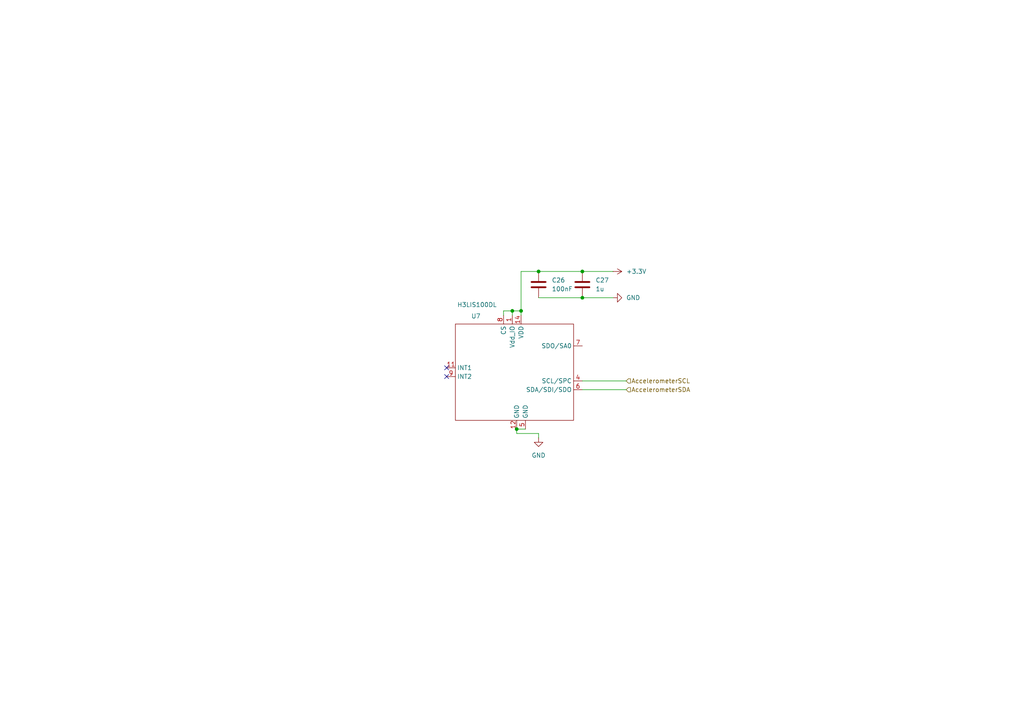
<source format=kicad_sch>
(kicad_sch (version 20250114) (generator "eeschema") (generator_version "9.0")
  (paper "A4")
  (lib_symbols
    (symbol "Device:C" (pin_numbers (hide yes)) (pin_names (offset 0.254))
      (property "Reference" "C" (at 0.635 2.54 0))
      (property "Value" "C" (at 0.635 -2.54 0))
      (symbol "C_0_1"
        (polyline (pts (xy -2.032 0.762) (xy 2.032 0.762)) (stroke (width 0.508)))
        (polyline (pts (xy -2.032 -0.762) (xy 2.032 -0.762)) (stroke (width 0.508)))
      )
      (symbol "C_1_1"
        (pin passive line (at 0 3.81 270) (length 2.794) (name "~") (number "1"))
        (pin passive line (at 0 -3.81 90) (length 2.794) (name "~") (number "2"))
      )
    )
    (symbol "Footprints:H3LIS100DL"
      (property "Reference" "U5" (at -0.508 11.176 0))
      (property "Value" "H3LIS100DL" (at -4.572 14.478 0))
      (symbol "H3LIS100DL_0_1"
        (rectangle (start -5.08 8.89) (end 29.21 -19.05))
      )
      (symbol "H3LIS100DL_1_1"
        (pin no_connect line (at -7.62 7.62 0) (length 2.54) (hide yes) (name "NC") (number "2"))
        (pin no_connect line (at -7.62 5.08 0) (length 2.54) (hide yes) (name "NC") (number "3"))
        (pin input line (at -7.62 -3.81 0) (length 2.54) (name "INT1") (number "11"))
        (pin input line (at -7.62 -6.35 0) (length 2.54) (name "INT2") (number "9"))
        (pin input line (at 8.89 11.43 270) (length 2.54) (name "CS") (number "8"))
        (pin no_connect line (at 10.16 -21.59 90) (length 2.54) (hide yes) (name "GND") (number "10"))
        (pin power_in line (at 11.43 11.43 270) (length 2.54) (name "Vdd_IO") (number "1"))
        (pin power_in line (at 12.7 -21.59 90) (length 2.54) (name "GND") (number "12"))
        (pin power_in line (at 13.97 11.43 270) (length 2.54) (name "VDD") (number "14"))
        (pin power_in line (at 15.24 -21.59 90) (length 2.54) (name "GND") (number "5"))
        (pin power_in line (at 16.51 11.43 270) (length 2.54) (hide yes) (name "VDD") (number "15"))
        (pin input line (at 31.75 2.54 180) (length 2.54) (name "SDO/SA0") (number "7"))
        (pin input line (at 31.75 -7.62 180) (length 2.54) (name "SCL/SPC") (number "4"))
        (pin input line (at 31.75 -10.16 180) (length 2.54) (name "SDA/SDI/SDO") (number "6"))
      )
    )
    (symbol "power:+3.3V" (power) (pin_numbers (hide yes)) (pin_names (offset 0) (hide yes))
      (property "Value" "+3.3V" (at 0 3.556 0))
      (symbol "+3.3V_0_1"
        (polyline (pts (xy -0.762 1.27) (xy 0 2.54)))
        (polyline (pts (xy 0 2.54) (xy 0.762 1.27)))
        (polyline (pts (xy 0 0) (xy 0 2.54)))
      )
      (symbol "+3.3V_1_1"
        (pin power_in line (at 0 0 90) (length 0) (name "~") (number "1"))
      )
    )
    (symbol "power:GND" (power) (pin_numbers (hide yes)) (pin_names (offset 0) (hide yes))
      (property "Value" "GND" (at 0 -3.81 0))
      (symbol "GND_0_1"
        (polyline (pts (xy 0 0) (xy 0 -1.27) (xy 1.27 -1.27) (xy 0 -2.54) (xy -1.27 -1.27) (xy 0 -1.27)))
      )
      (symbol "GND_1_1"
        (pin power_in line (at 0 0 270) (length 0) (name "~") (number "1"))
      )
    )
  )
  (junction (at 156.21 78.74))
  (junction (at 151.13 90.17))
  (junction (at 168.91 86.36))
  (junction (at 168.91 78.74))
  (junction (at 148.59 90.17))
  (junction (at 149.86 124.46))
  (no_connect (at 129.54 109.22))
  (no_connect (at 129.54 106.68))
  (wire (pts (xy 146.05 90.17) (xy 148.59 90.17)))
  (wire (pts (xy 146.05 91.44) (xy 146.05 90.17)))
  (wire (pts (xy 156.21 125.73) (xy 149.86 125.73)))
  (wire (pts (xy 156.21 78.74) (xy 168.91 78.74)))
  (wire (pts (xy 151.13 90.17) (xy 151.13 91.44)))
  (wire (pts (xy 149.86 125.73) (xy 149.86 124.46)))
  (wire (pts (xy 168.91 78.74) (xy 177.8 78.74)))
  (wire (pts (xy 168.91 86.36) (xy 177.8 86.36)))
  (wire (pts (xy 181.61 110.49) (xy 168.91 110.49)))
  (wire (pts (xy 181.61 113.03) (xy 168.91 113.03)))
  (wire (pts (xy 156.21 125.73) (xy 156.21 127)))
  (wire (pts (xy 151.13 78.74) (xy 151.13 90.17)))
  (wire (pts (xy 148.59 90.17) (xy 151.13 90.17)))
  (wire (pts (xy 152.4 124.46) (xy 149.86 124.46)))
  (wire (pts (xy 148.59 91.44) (xy 148.59 90.17)))
  (wire (pts (xy 151.13 78.74) (xy 156.21 78.74)))
  (wire (pts (xy 156.21 86.36) (xy 168.91 86.36)))
  (hierarchical_label "AccelerometerSDA" (shape input) (at 181.61 113.03 0))
  (hierarchical_label "AccelerometerSCL" (shape input) (at 181.61 110.49 0))
  (symbol (lib_id "Device:C") (at 156.21 82.55 180) (unit 1)
    (property "Reference" "C26" (at 160.02 81.2799 0) (effects (justify right)))
    (property "Value" "100nF" (at 160.02 83.8199 0) (effects (justify right)))
    (property "Description" "Unpolarized capacitor" (effects (hide yes)))
  )
  (symbol (lib_id "Footprints:H3LIS100DL") (at 137.16 102.87 0) (unit 1)
    (property "Reference" "U7" (at 136.652 91.694 0) (effects (justify left)))
    (property "Value" "H3LIS100DL" (at 132.588 88.392 0) (effects (justify left)))
    (property "Footprint" "myFootprints:PQFN50P300X300X100-16N" (effects (hide yes)))
    (property "LCSC Part" "C2655068" (effects (hide yes)))
  )
  (symbol (lib_id "power:GND") (at 177.8 86.36 90) (unit 1)
    (property "Reference" "#PWR080" (effects (hide yes)))
    (property "Value" "GND" (at 181.61 86.3599 90) (effects (justify right)))
    (property "Description" "Power symbol creates a global label with name \"GND\" , ground" (effects (hide yes)))
  )
  (symbol (lib_id "power:GND") (at 156.21 127 0) (unit 1)
    (property "Reference" "#PWR078" (effects (hide yes)))
    (property "Value" "GND" (at 156.21 132.08 0))
    (property "Description" "Power symbol creates a global label with name \"GND\" , ground" (effects (hide yes)))
  )
  (symbol (lib_id "Device:C") (at 168.91 82.55 180) (unit 1)
    (property "Reference" "C27" (at 172.72 81.2799 0) (effects (justify right)))
    (property "Value" "1u" (at 172.72 83.8199 0) (effects (justify right)))
    (property "Description" "Unpolarized capacitor" (effects (hide yes)))
  )
  (symbol (lib_id "power:+3.3V") (at 177.8 78.74 270) (unit 1)
    (property "Reference" "#PWR079" (effects (hide yes)))
    (property "Value" "+3.3V" (at 181.61 78.7399 90) (effects (justify left)))
    (property "Description" "Power symbol creates a global label with name \"+3.3V\"" (effects (hide yes)))
  )
)
</source>
